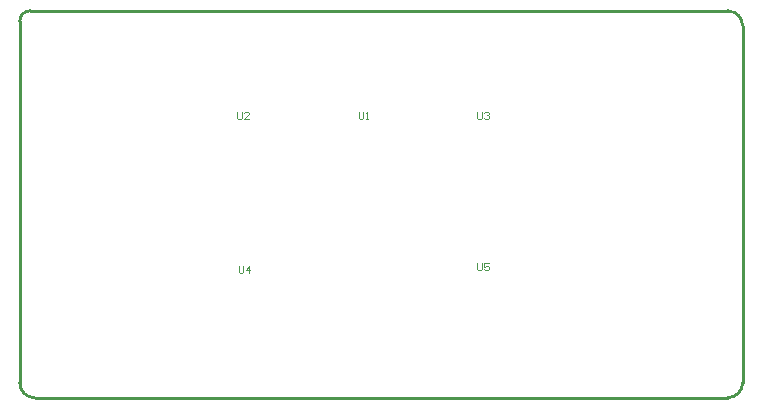
<source format=gm1>
G04*
G04 #@! TF.GenerationSoftware,Altium Limited,Altium Designer,25.4.2 (15)*
G04*
G04 Layer_Color=16711935*
%FSLAX44Y44*%
%MOMM*%
G71*
G04*
G04 #@! TF.SameCoordinates,11C6A8BD-48F9-44D4-97C0-98E840ED0286*
G04*
G04*
G04 #@! TF.FilePolarity,Positive*
G04*
G01*
G75*
%ADD45C,0.2540*%
%ADD46C,0.1000*%
D45*
X951230Y561340D02*
G03*
X963930Y574040I0J12700D01*
G01*
X360680Y889000D02*
G03*
X351790Y880110I0J-8890D01*
G01*
X963930Y876300D02*
G03*
X951230Y889000I-12700J0D01*
G01*
X351790Y574040D02*
G03*
X364490Y561340I12700J0D01*
G01*
X944880D02*
X951230D01*
X963930Y574040D02*
Y875030D01*
X364490Y561340D02*
X944880D01*
X351790Y855980D02*
Y880110D01*
X360680Y889000D02*
X951230D01*
X963930Y875030D02*
Y876300D01*
X351790Y574040D02*
Y589280D01*
Y855980D01*
D46*
X739140Y803558D02*
Y798560D01*
X740140Y797560D01*
X742139D01*
X743139Y798560D01*
Y803558D01*
X745138Y802558D02*
X746138Y803558D01*
X748137D01*
X749137Y802558D01*
Y801559D01*
X748137Y800559D01*
X747137D01*
X748137D01*
X749137Y799559D01*
Y798560D01*
X748137Y797560D01*
X746138D01*
X745138Y798560D01*
X535940Y803558D02*
Y798560D01*
X536940Y797560D01*
X538939D01*
X539939Y798560D01*
Y803558D01*
X545937Y797560D02*
X541938D01*
X545937Y801559D01*
Y802558D01*
X544937Y803558D01*
X542938D01*
X541938Y802558D01*
X739140Y675288D02*
Y670290D01*
X740140Y669290D01*
X742139D01*
X743139Y670290D01*
Y675288D01*
X749137D02*
X745138D01*
Y672289D01*
X747137Y673289D01*
X748137D01*
X749137Y672289D01*
Y670290D01*
X748137Y669290D01*
X746138D01*
X745138Y670290D01*
X537210Y672748D02*
Y667750D01*
X538210Y666750D01*
X540209D01*
X541209Y667750D01*
Y672748D01*
X546207Y666750D02*
Y672748D01*
X543208Y669749D01*
X547207D01*
X638810Y803558D02*
Y798560D01*
X639810Y797560D01*
X641809D01*
X642809Y798560D01*
Y803558D01*
X644808Y797560D02*
X646807D01*
X645808D01*
Y803558D01*
X644808Y802558D01*
M02*

</source>
